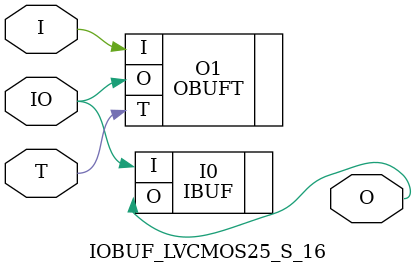
<source format=v>


`timescale  1 ps / 1 ps


module IOBUF_LVCMOS25_S_16 (O, IO, I, T);

    output O;

    inout  IO;

    input  I, T;

        OBUFT #(.IOSTANDARD("LVCMOS25"), .SLEW("SLOW"), .DRIVE(16)) O1 (.O(IO), .I(I), .T(T)); 
	IBUF #(.IOSTANDARD("LVCMOS25"))  I0 (.O(O), .I(IO));
        

endmodule



</source>
